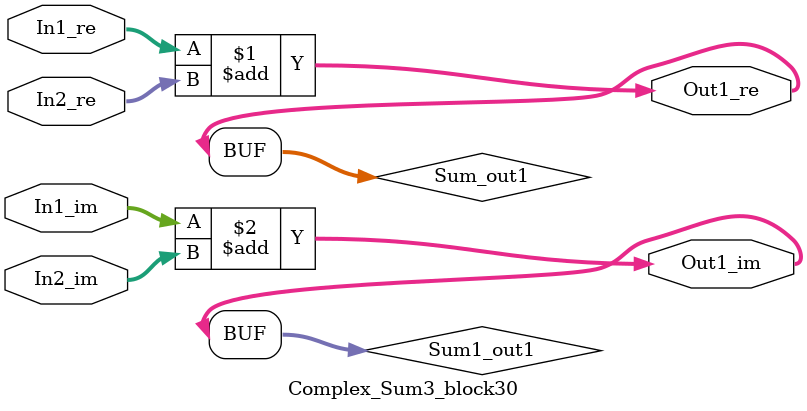
<source format=v>



`timescale 1 ns / 1 ns

module Complex_Sum3_block30
          (In1_re,
           In1_im,
           In2_re,
           In2_im,
           Out1_re,
           Out1_im);


  input   signed [36:0] In1_re;  // sfix37_En22
  input   signed [36:0] In1_im;  // sfix37_En22
  input   signed [36:0] In2_re;  // sfix37_En22
  input   signed [36:0] In2_im;  // sfix37_En22
  output  signed [36:0] Out1_re;  // sfix37_En22
  output  signed [36:0] Out1_im;  // sfix37_En22


  wire signed [36:0] Sum_out1;  // sfix37_En22
  wire signed [36:0] Sum1_out1;  // sfix37_En22


  assign Sum_out1 = In1_re + In2_re;



  assign Out1_re = Sum_out1;

  assign Sum1_out1 = In1_im + In2_im;



  assign Out1_im = Sum1_out1;

endmodule  // Complex_Sum3_block30


</source>
